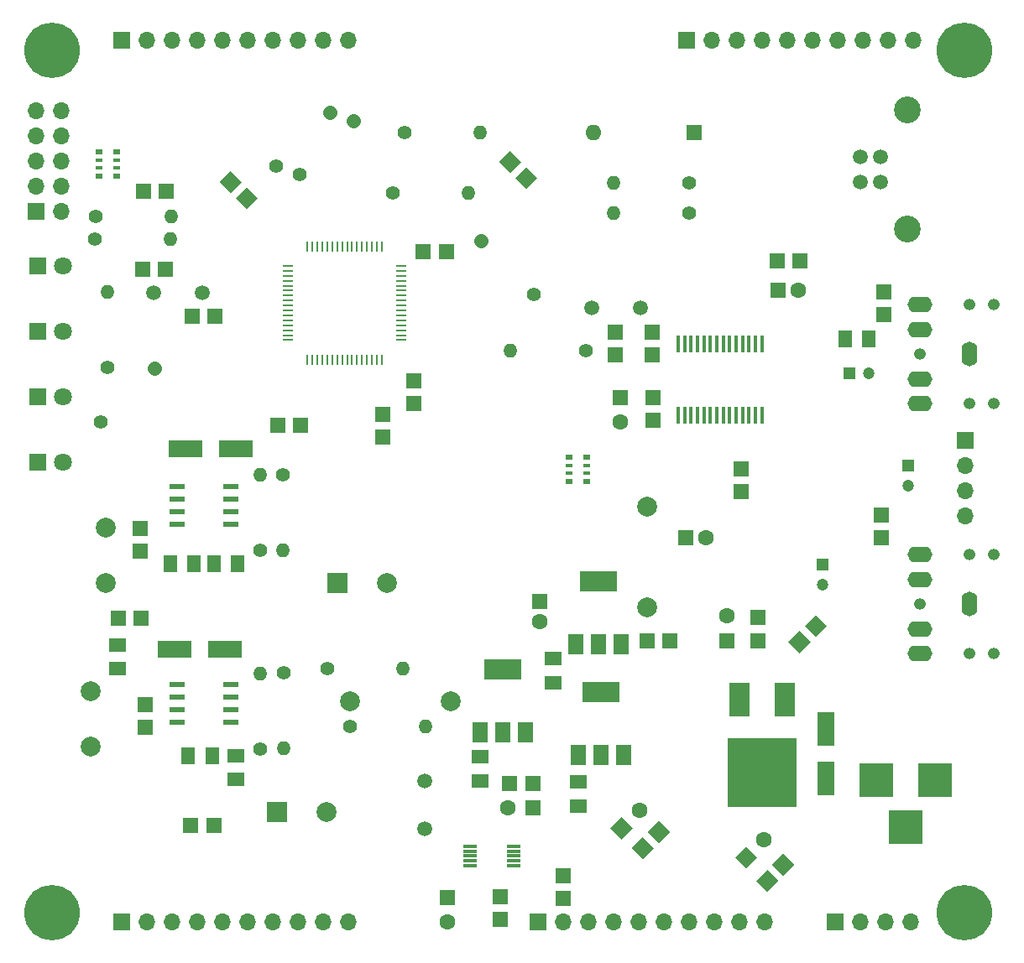
<source format=gts>
G04 #@! TF.FileFunction,Soldermask,Top*
%FSLAX46Y46*%
G04 Gerber Fmt 4.6, Leading zero omitted, Abs format (unit mm)*
G04 Created by KiCad (PCBNEW 4.0.7) date 05/14/20 06:06:45*
%MOMM*%
%LPD*%
G01*
G04 APERTURE LIST*
%ADD10C,0.100000*%
%ADD11C,1.998980*%
%ADD12C,1.400000*%
%ADD13C,1.400000*%
%ADD14R,1.000000X0.250000*%
%ADD15R,0.250000X1.000000*%
%ADD16R,1.400000X1.700000*%
%ADD17R,0.800000X0.500000*%
%ADD18R,0.800000X0.400000*%
%ADD19C,1.500000*%
%ADD20R,1.600000X1.600000*%
%ADD21R,3.500000X1.800000*%
%ADD22R,1.550000X0.600000*%
%ADD23R,2.000000X3.500000*%
%ADD24R,7.000000X7.000000*%
%ADD25R,0.450000X1.750000*%
%ADD26R,1.200000X1.200000*%
%ADD27C,1.200000*%
%ADD28O,1.600000X2.500000*%
%ADD29O,1.200000X1.200000*%
%ADD30O,2.500000X1.600000*%
%ADD31C,5.600000*%
%ADD32R,3.500000X3.500000*%
%ADD33R,1.400000X0.300000*%
%ADD34C,1.600000*%
%ADD35R,1.700000X1.400000*%
%ADD36R,3.800000X2.000000*%
%ADD37R,1.500000X2.000000*%
%ADD38R,1.800000X3.500000*%
%ADD39R,1.700000X1.700000*%
%ADD40O,1.700000X1.700000*%
%ADD41C,1.520000*%
%ADD42C,2.700000*%
%ADD43O,1.400000X1.400000*%
%ADD44R,2.000000X2.000000*%
%ADD45C,2.000000*%
%ADD46R,1.800000X1.800000*%
%ADD47C,1.800000*%
%ADD48O,1.600000X1.600000*%
G04 APERTURE END LIST*
D10*
D11*
X122918000Y-108676000D03*
X122918000Y-114264000D03*
D12*
X167600000Y-68600000D03*
D13*
X162211846Y-63211846D02*
X162211846Y-63211846D01*
D14*
X142800000Y-65750000D03*
X142800000Y-66250000D03*
X142800000Y-66750000D03*
X142800000Y-67250000D03*
X142800000Y-67750000D03*
X142800000Y-68250000D03*
X142800000Y-68750000D03*
X142800000Y-69250000D03*
X142800000Y-69750000D03*
X142800000Y-70250000D03*
X142800000Y-70750000D03*
X142800000Y-71250000D03*
X142800000Y-71750000D03*
X142800000Y-72250000D03*
X142800000Y-72750000D03*
X142800000Y-73250000D03*
D15*
X144750000Y-75200000D03*
X145250000Y-75200000D03*
X145750000Y-75200000D03*
X146250000Y-75200000D03*
X146750000Y-75200000D03*
X147250000Y-75200000D03*
X147750000Y-75200000D03*
X148250000Y-75200000D03*
X148750000Y-75200000D03*
X149250000Y-75200000D03*
X149750000Y-75200000D03*
X150250000Y-75200000D03*
X150750000Y-75200000D03*
X151250000Y-75200000D03*
X151750000Y-75200000D03*
X152250000Y-75200000D03*
D14*
X154200000Y-73250000D03*
X154200000Y-72750000D03*
X154200000Y-72250000D03*
X154200000Y-71750000D03*
X154200000Y-71250000D03*
X154200000Y-70750000D03*
X154200000Y-70250000D03*
X154200000Y-69750000D03*
X154200000Y-69250000D03*
X154200000Y-68750000D03*
X154200000Y-68250000D03*
X154200000Y-67750000D03*
X154200000Y-67250000D03*
X154200000Y-66750000D03*
X154200000Y-66250000D03*
X154200000Y-65750000D03*
D15*
X152250000Y-63800000D03*
X151750000Y-63800000D03*
X151250000Y-63800000D03*
X150750000Y-63800000D03*
X150250000Y-63800000D03*
X149750000Y-63800000D03*
X149250000Y-63800000D03*
X148750000Y-63800000D03*
X148250000Y-63800000D03*
X147750000Y-63800000D03*
X147250000Y-63800000D03*
X146750000Y-63800000D03*
X146250000Y-63800000D03*
X145750000Y-63800000D03*
X145250000Y-63800000D03*
X144750000Y-63800000D03*
D16*
X135330000Y-95830000D03*
X137730000Y-95830000D03*
D17*
X172930000Y-87480000D03*
D18*
X172930000Y-85880000D03*
X172930000Y-86680000D03*
D17*
X172930000Y-85080000D03*
D18*
X171130000Y-86680000D03*
D17*
X171130000Y-87480000D03*
D18*
X171130000Y-85880000D03*
D17*
X171130000Y-85080000D03*
D19*
X129250000Y-68500000D03*
X134130000Y-68500000D03*
D20*
X128160000Y-66100000D03*
X130460000Y-66100000D03*
X130540000Y-58210000D03*
X128240000Y-58210000D03*
X133150000Y-70800000D03*
X135450000Y-70800000D03*
X156450000Y-64300000D03*
X158750000Y-64300000D03*
X155510000Y-77330000D03*
X155510000Y-79630000D03*
D10*
G36*
X137489802Y-58909173D02*
X138621173Y-57777802D01*
X139752544Y-58909173D01*
X138621173Y-60040544D01*
X137489802Y-58909173D01*
X137489802Y-58909173D01*
G37*
G36*
X135863456Y-57282827D02*
X136994827Y-56151456D01*
X138126198Y-57282827D01*
X136994827Y-58414198D01*
X135863456Y-57282827D01*
X135863456Y-57282827D01*
G37*
D20*
X127860000Y-94570000D03*
X127860000Y-92270000D03*
D21*
X132490000Y-84210000D03*
X137490000Y-84210000D03*
D16*
X130904000Y-95828000D03*
X133304000Y-95828000D03*
D22*
X131594000Y-88045000D03*
X131594000Y-89315000D03*
X131594000Y-90585000D03*
X131594000Y-91855000D03*
X136994000Y-91855000D03*
X136994000Y-90585000D03*
X136994000Y-89315000D03*
X136994000Y-88045000D03*
D23*
X192930000Y-109535000D03*
X188350000Y-109535000D03*
D24*
X190630000Y-116935000D03*
D25*
X182135000Y-80830000D03*
X182785000Y-80830000D03*
X183435000Y-80830000D03*
X184085000Y-80830000D03*
X184735000Y-80830000D03*
X185385000Y-80830000D03*
X186035000Y-80830000D03*
X186685000Y-80830000D03*
X187335000Y-80830000D03*
X187985000Y-80830000D03*
X188635000Y-80830000D03*
X189285000Y-80830000D03*
X189935000Y-80830000D03*
X190585000Y-80830000D03*
X190585000Y-73630000D03*
X189935000Y-73630000D03*
X189285000Y-73630000D03*
X188635000Y-73630000D03*
X187985000Y-73630000D03*
X187335000Y-73630000D03*
X186685000Y-73630000D03*
X186035000Y-73630000D03*
X185385000Y-73630000D03*
X184735000Y-73630000D03*
X184085000Y-73630000D03*
X183435000Y-73630000D03*
X182785000Y-73630000D03*
X182135000Y-73630000D03*
D26*
X205360000Y-85920000D03*
D27*
X205360000Y-87920000D03*
D26*
X196750000Y-95900000D03*
D27*
X196750000Y-97900000D03*
D28*
X211500000Y-99900000D03*
D29*
X206500000Y-99900000D03*
D30*
X206500000Y-94900000D03*
X206500000Y-97400000D03*
X206500000Y-102400000D03*
X206500000Y-104900000D03*
D29*
X211500000Y-94900000D03*
X211500000Y-104900000D03*
X214000000Y-94900000D03*
X214000000Y-104900000D03*
D20*
X194410000Y-65230000D03*
X192110000Y-65230000D03*
X188460000Y-88570000D03*
X188460000Y-86270000D03*
X179630000Y-81330000D03*
X179630000Y-79030000D03*
D28*
X211510000Y-74680000D03*
D29*
X206510000Y-74680000D03*
D30*
X206510000Y-69680000D03*
X206510000Y-72180000D03*
X206510000Y-77180000D03*
X206510000Y-79680000D03*
D29*
X211510000Y-69680000D03*
X211510000Y-79680000D03*
X214010000Y-69680000D03*
X214010000Y-79680000D03*
D10*
G36*
X165683802Y-56877173D02*
X166815173Y-55745802D01*
X167946544Y-56877173D01*
X166815173Y-58008544D01*
X165683802Y-56877173D01*
X165683802Y-56877173D01*
G37*
G36*
X164057456Y-55250827D02*
X165188827Y-54119456D01*
X166320198Y-55250827D01*
X165188827Y-56382198D01*
X164057456Y-55250827D01*
X164057456Y-55250827D01*
G37*
D26*
X199400000Y-76600000D03*
D27*
X201400000Y-76600000D03*
D20*
X202900000Y-68350000D03*
X202900000Y-70650000D03*
D16*
X201400000Y-73100000D03*
X199000000Y-73100000D03*
D31*
X211000000Y-44000000D03*
X119000000Y-44000000D03*
X119000000Y-131000000D03*
X211000000Y-131000000D03*
D10*
G36*
X194406827Y-102581802D02*
X195538198Y-103713173D01*
X194406827Y-104844544D01*
X193275456Y-103713173D01*
X194406827Y-102581802D01*
X194406827Y-102581802D01*
G37*
G36*
X196033173Y-100955456D02*
X197164544Y-102086827D01*
X196033173Y-103218198D01*
X194901802Y-102086827D01*
X196033173Y-100955456D01*
X196033173Y-100955456D01*
G37*
D20*
X202650000Y-93180000D03*
X202650000Y-90880000D03*
D11*
X179000000Y-100201260D03*
X179000000Y-90041260D03*
D20*
X152380000Y-83040000D03*
X152380000Y-80740000D03*
X141760000Y-81830000D03*
X144060000Y-81830000D03*
D32*
X202100000Y-117700000D03*
X208100000Y-117700000D03*
X205100000Y-122400000D03*
D20*
X179560000Y-72460000D03*
X179560000Y-74760000D03*
X175790000Y-74760000D03*
X175790000Y-72460000D03*
D17*
X123700000Y-54270000D03*
D18*
X123700000Y-55870000D03*
X123700000Y-55070000D03*
D17*
X123700000Y-56670000D03*
D18*
X125500000Y-55070000D03*
D17*
X125500000Y-54270000D03*
D18*
X125500000Y-55870000D03*
D17*
X125500000Y-56670000D03*
D19*
X178310000Y-70020000D03*
X173430000Y-70020000D03*
D20*
X164180000Y-131710000D03*
X164180000Y-129410000D03*
X170550000Y-127310000D03*
X170550000Y-129610000D03*
D33*
X161140000Y-124320000D03*
X161140000Y-124820000D03*
X161140000Y-125320000D03*
X161140000Y-125820000D03*
X161140000Y-126320000D03*
X165540000Y-126320000D03*
X165540000Y-125820000D03*
X165540000Y-125320000D03*
X165540000Y-124820000D03*
X165540000Y-124320000D03*
D19*
X156610000Y-122610000D03*
X156610000Y-117730000D03*
D20*
X182920000Y-93150000D03*
D34*
X184920000Y-93150000D03*
D20*
X168210000Y-99630000D03*
D34*
X168210000Y-101630000D03*
D20*
X181290000Y-103580000D03*
X178990000Y-103580000D03*
D35*
X169558000Y-105410000D03*
X169558000Y-107810000D03*
D36*
X174130000Y-97618000D03*
D37*
X174130000Y-103918000D03*
X176430000Y-103918000D03*
X171830000Y-103918000D03*
D20*
X192260000Y-68200000D03*
D34*
X194260000Y-68200000D03*
D10*
G36*
X189000000Y-126581371D02*
X187868629Y-125450000D01*
X189000000Y-124318629D01*
X190131371Y-125450000D01*
X189000000Y-126581371D01*
X189000000Y-126581371D01*
G37*
D34*
X190767767Y-123682233D03*
D10*
G36*
X180188173Y-124018198D02*
X179056802Y-122886827D01*
X180188173Y-121755456D01*
X181319544Y-122886827D01*
X180188173Y-124018198D01*
X180188173Y-124018198D01*
G37*
G36*
X178561827Y-125644544D02*
X177430456Y-124513173D01*
X178561827Y-123381802D01*
X179693198Y-124513173D01*
X178561827Y-125644544D01*
X178561827Y-125644544D01*
G37*
D35*
X172098000Y-117856000D03*
X172098000Y-120256000D03*
D36*
X174384000Y-108794000D03*
D37*
X174384000Y-115094000D03*
X176684000Y-115094000D03*
X172084000Y-115094000D03*
D38*
X197020000Y-112520000D03*
X197020000Y-117520000D03*
D39*
X183000000Y-43000000D03*
D40*
X185540000Y-43000000D03*
X188080000Y-43000000D03*
X190620000Y-43000000D03*
X193160000Y-43000000D03*
X195700000Y-43000000D03*
X198240000Y-43000000D03*
X200780000Y-43000000D03*
X203320000Y-43000000D03*
X205860000Y-43000000D03*
D39*
X168000000Y-132000000D03*
D40*
X170540000Y-132000000D03*
X173080000Y-132000000D03*
X175620000Y-132000000D03*
X178160000Y-132000000D03*
X180700000Y-132000000D03*
X183240000Y-132000000D03*
X185780000Y-132000000D03*
X188320000Y-132000000D03*
X190860000Y-132000000D03*
D39*
X126000000Y-132000000D03*
D40*
X128540000Y-132000000D03*
X131080000Y-132000000D03*
X133620000Y-132000000D03*
X136160000Y-132000000D03*
X138700000Y-132000000D03*
X141240000Y-132000000D03*
X143780000Y-132000000D03*
X146320000Y-132000000D03*
X148860000Y-132000000D03*
D39*
X126000000Y-43000000D03*
D40*
X128540000Y-43000000D03*
X131080000Y-43000000D03*
X133620000Y-43000000D03*
X136160000Y-43000000D03*
X138700000Y-43000000D03*
X141240000Y-43000000D03*
X143780000Y-43000000D03*
X146320000Y-43000000D03*
X148860000Y-43000000D03*
D10*
G36*
X176450000Y-123631371D02*
X175318629Y-122500000D01*
X176450000Y-121368629D01*
X177581371Y-122500000D01*
X176450000Y-123631371D01*
X176450000Y-123631371D01*
G37*
D34*
X178217767Y-120732233D03*
D10*
G36*
X192763173Y-127318198D02*
X191631802Y-126186827D01*
X192763173Y-125055456D01*
X193894544Y-126186827D01*
X192763173Y-127318198D01*
X192763173Y-127318198D01*
G37*
G36*
X191136827Y-128944544D02*
X190005456Y-127813173D01*
X191136827Y-126681802D01*
X192268198Y-127813173D01*
X191136827Y-128944544D01*
X191136827Y-128944544D01*
G37*
D39*
X198000000Y-132000000D03*
D40*
X200540000Y-132000000D03*
X203080000Y-132000000D03*
X205620000Y-132000000D03*
D41*
X200550000Y-54760000D03*
X200550000Y-57300000D03*
X202550000Y-57300000D03*
X202550000Y-54760000D03*
D42*
X205250000Y-50030000D03*
X205250000Y-62030000D03*
D11*
X124414000Y-92178000D03*
X124414000Y-97766000D03*
D12*
X172800000Y-74300000D03*
D43*
X165180000Y-74300000D03*
D20*
X167500000Y-120480000D03*
D34*
X165000000Y-120480000D03*
D20*
X165170000Y-117960000D03*
X167470000Y-117960000D03*
D35*
X162192000Y-115316000D03*
X162192000Y-117716000D03*
D36*
X164478000Y-106508000D03*
D37*
X164478000Y-112808000D03*
X166778000Y-112808000D03*
X162178000Y-112808000D03*
D11*
X149062740Y-109658000D03*
X159222740Y-109658000D03*
D20*
X158890000Y-129470000D03*
D34*
X158890000Y-131970000D03*
D12*
X146800000Y-106400000D03*
D43*
X154420000Y-106400000D03*
D12*
X149050000Y-112250000D03*
D43*
X156670000Y-112250000D03*
D20*
X187075000Y-103575000D03*
D34*
X187075000Y-101075000D03*
D20*
X128380000Y-112310000D03*
X128380000Y-110010000D03*
D44*
X141680000Y-120870000D03*
D45*
X146680000Y-120870000D03*
D20*
X133000000Y-122220000D03*
X135300000Y-122220000D03*
D44*
X147790000Y-97776000D03*
D45*
X152790000Y-97776000D03*
D21*
X131390000Y-104450000D03*
X136390000Y-104450000D03*
D12*
X140000000Y-94500000D03*
D43*
X140000000Y-86880000D03*
D12*
X140000000Y-114500000D03*
D43*
X140000000Y-106880000D03*
D12*
X142300000Y-86850000D03*
D43*
X142300000Y-94470000D03*
D12*
X142380000Y-106850000D03*
D43*
X142380000Y-114470000D03*
D35*
X137570000Y-115190000D03*
X137570000Y-117590000D03*
D16*
X132740000Y-115190000D03*
X135140000Y-115190000D03*
D22*
X131594000Y-108045000D03*
X131594000Y-109315000D03*
X131594000Y-110585000D03*
X131594000Y-111855000D03*
X136994000Y-111855000D03*
X136994000Y-110585000D03*
X136994000Y-109315000D03*
X136994000Y-108045000D03*
D20*
X190225000Y-101275000D03*
X190225000Y-103575000D03*
X176270000Y-79030000D03*
D34*
X176270000Y-81530000D03*
D20*
X127950000Y-101300000D03*
X125650000Y-101300000D03*
D35*
X125575000Y-104000000D03*
X125575000Y-106400000D03*
D39*
X117400000Y-60240000D03*
D40*
X119940000Y-60240000D03*
X117400000Y-57700000D03*
X119940000Y-57700000D03*
X117400000Y-55160000D03*
X119940000Y-55160000D03*
X117400000Y-52620000D03*
X119940000Y-52620000D03*
X117400000Y-50080000D03*
X119940000Y-50080000D03*
D46*
X117580000Y-65750000D03*
D47*
X120120000Y-65750000D03*
D12*
X123350000Y-60760000D03*
D43*
X130970000Y-60760000D03*
D46*
X117580000Y-72360000D03*
D47*
X120120000Y-72360000D03*
D46*
X117570000Y-78980000D03*
D47*
X120110000Y-78980000D03*
D46*
X117560000Y-85590000D03*
D47*
X120100000Y-85590000D03*
D12*
X123340000Y-63060000D03*
D43*
X130960000Y-63060000D03*
D12*
X124600000Y-75990300D03*
D43*
X124600000Y-68370300D03*
D12*
X123910000Y-81470000D03*
D13*
X129298154Y-76081846D02*
X129298154Y-76081846D01*
D39*
X211110000Y-83400000D03*
D40*
X211110000Y-85940000D03*
X211110000Y-88480000D03*
X211110000Y-91020000D03*
D12*
X141590000Y-55680000D03*
D13*
X146978154Y-50291846D02*
X146978154Y-50291846D01*
D12*
X183274000Y-57334000D03*
D43*
X175654000Y-57334000D03*
D12*
X183274000Y-60382000D03*
D43*
X175654000Y-60382000D03*
D12*
X153350000Y-58410000D03*
D43*
X160970000Y-58410000D03*
D12*
X144000000Y-56530000D03*
D13*
X149388154Y-51141846D02*
X149388154Y-51141846D01*
D20*
X183782000Y-52254000D03*
D48*
X173622000Y-52254000D03*
D12*
X154572000Y-52254000D03*
D43*
X162192000Y-52254000D03*
M02*

</source>
